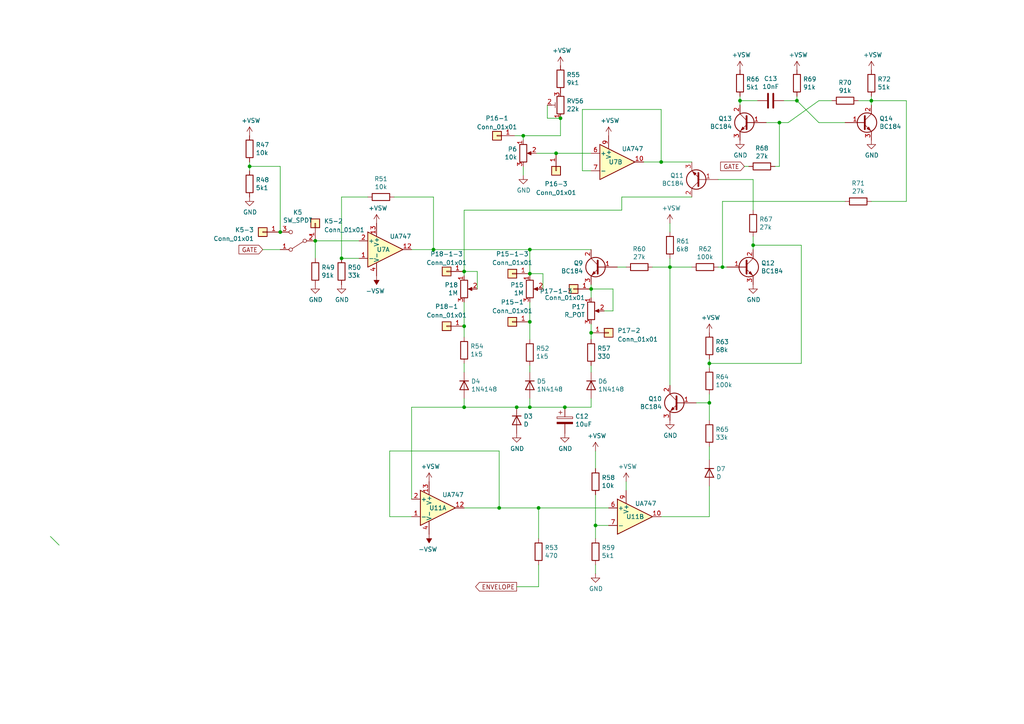
<source format=kicad_sch>
(kicad_sch (version 20250114) (generator "eeschema") (generator_version "9.0")
  (paper "A4")
  (lib_symbols
    (symbol "Connector_Generic:Conn_01x01" (pin_names (offset 1.016) (hide yes))
      (property "Reference" "J" (at 0 2.54 0))
      (property "Value" "Conn_01x01" (at 0 -2.54 0))
      (symbol "Conn_01x01_1_1"
        (rectangle (start -1.27 1.27) (end 1.27 -1.27) (stroke (width 0.254)) (fill (type background)))
        (rectangle (start -1.27 0.127) (end 0 -0.127) (stroke (width 0.1524)))
        (pin passive line (at -5.08 0 0) (length 3.81) (name "Pin_1") (number "1"))
      )
    )
    (symbol "Device:C" (pin_numbers (hide yes)) (pin_names (offset 0.254))
      (property "Reference" "C" (at 0.635 2.54 0))
      (property "Value" "C" (at 0.635 -2.54 0))
      (symbol "C_0_1"
        (polyline (pts (xy -2.032 0.762) (xy 2.032 0.762)) (stroke (width 0.508)))
        (polyline (pts (xy -2.032 -0.762) (xy 2.032 -0.762)) (stroke (width 0.508)))
      )
      (symbol "C_1_1"
        (pin passive line (at 0 3.81 270) (length 2.794) (name "~") (number "1"))
        (pin passive line (at 0 -3.81 90) (length 2.794) (name "~") (number "2"))
      )
    )
    (symbol "Device:D" (pin_numbers (hide yes)) (pin_names (offset 1.016) (hide yes))
      (property "Reference" "D" (at 0 2.54 0))
      (property "Value" "D" (at 0 -2.54 0))
      (symbol "D_0_1"
        (polyline (pts (xy -1.27 1.27) (xy -1.27 -1.27)) (stroke (width 0.254)))
        (polyline (pts (xy 1.27 1.27) (xy 1.27 -1.27) (xy -1.27 0) (xy 1.27 1.27)) (stroke (width 0.254)))
        (polyline (pts (xy 1.27 0) (xy -1.27 0)))
      )
      (symbol "D_1_1"
        (pin passive line (at -3.81 0 0) (length 2.54) (name "K") (number "1"))
        (pin passive line (at 3.81 0 180) (length 2.54) (name "A") (number "2"))
      )
    )
    (symbol "Device:Q_NPN_BCE" (pin_names (offset 0) (hide yes))
      (property "Reference" "Q" (at 5.08 1.27 0))
      (property "Value" "Q_NPN_BCE" (at 5.08 -1.27 0))
      (symbol "Q_NPN_BCE_0_1"
        (polyline (pts (xy 0.635 1.905) (xy 0.635 -1.905) (xy 0.635 -1.905)) (stroke (width 0.508)))
        (polyline (pts (xy 0.635 0.635) (xy 2.54 2.54)))
        (polyline (pts (xy 0.635 -0.635) (xy 2.54 -2.54) (xy 2.54 -2.54)))
        (circle (center 1.27 0) (radius 2.8194) (stroke (width 0.254)))
        (polyline (pts (xy 1.27 -1.778) (xy 1.778 -1.27) (xy 2.286 -2.286) (xy 1.27 -1.778) (xy 1.27 -1.778)) (fill (type outline)))
      )
      (symbol "Q_NPN_BCE_1_1"
        (pin input line (at -5.08 0 0) (length 5.715) (name "B") (number "1"))
        (pin passive line (at 2.54 5.08 270) (length 2.54) (name "C") (number "2"))
        (pin passive line (at 2.54 -5.08 90) (length 2.54) (name "E") (number "3"))
      )
    )
    (symbol "Device:R" (pin_numbers (hide yes)) (pin_names (offset 0))
      (property "Reference" "R" (at 2.032 0 90))
      (property "Value" "R" (at 0 0 90))
      (symbol "R_0_1"
        (rectangle (start -1.016 -2.54) (end 1.016 2.54) (stroke (width 0.254)))
      )
      (symbol "R_1_1"
        (pin passive line (at 0 3.81 270) (length 1.27) (name "~") (number "1"))
        (pin passive line (at 0 -3.81 90) (length 1.27) (name "~") (number "2"))
      )
    )
    (symbol "Switch:SW_SPDT" (pin_names (offset 0) (hide yes))
      (property "Reference" "SW" (at 0 4.318 0))
      (property "Value" "SW_SPDT" (at 0 -5.08 0))
      (symbol "SW_SPDT_0_0"
        (circle (center -2.032 0) (radius 0.508))
        (circle (center 2.032 -2.54) (radius 0.508))
      )
      (symbol "SW_SPDT_0_1"
        (polyline (pts (xy -1.524 0.254) (xy 1.651 2.286)))
        (circle (center 2.032 2.54) (radius 0.508))
      )
      (symbol "SW_SPDT_1_1"
        (pin passive line (at -5.08 0 0) (length 2.54) (name "B") (number "2"))
        (pin passive line (at 5.08 2.54 180) (length 2.54) (name "A") (number "1"))
        (pin passive line (at 5.08 -2.54 180) (length 2.54) (name "C") (number "3"))
      )
    )
    (symbol "janel-panel-minimoog-rescue:CP-Device" (pin_numbers (hide yes)) (pin_names (offset 0.254))
      (property "Reference" "C" (at 0.635 2.54 0))
      (property "Value" "Device_CP" (at 0.635 -2.54 0))
      (symbol "CP-Device_0_1"
        (rectangle (start -2.286 0.508) (end 2.286 1.016))
        (polyline (pts (xy -1.778 2.286) (xy -0.762 2.286)))
        (polyline (pts (xy -1.27 2.794) (xy -1.27 1.778)))
        (rectangle (start 2.286 -0.508) (end -2.286 -1.016) (fill (type outline)))
      )
      (symbol "CP-Device_1_1"
        (pin passive line (at 0 3.81 270) (length 2.794) (name "~") (number "1"))
        (pin passive line (at 0 -3.81 90) (length 2.794) (name "~") (number "2"))
      )
    )
    (symbol "janel-panel-minimoog-rescue:R_POT-Device" (pin_names (offset 1.016) (hide yes))
      (property "Reference" "RV" (at -4.445 0 90))
      (property "Value" "Device_R_POT" (at -2.54 0 90))
      (symbol "R_POT-Device_0_1"
        (rectangle (start 1.016 2.54) (end -1.016 -2.54) (stroke (width 0.254)))
        (polyline (pts (xy 1.143 0) (xy 2.286 0.508) (xy 2.286 -0.508) (xy 1.143 0)) (fill (type outline)))
        (polyline (pts (xy 2.54 0) (xy 1.524 0)))
      )
      (symbol "R_POT-Device_1_1"
        (pin passive line (at 0 3.81 270) (length 1.27) (name "1") (number "1"))
        (pin passive line (at 0 -3.81 90) (length 1.27) (name "3") (number "3"))
        (pin passive line (at 3.81 0 180) (length 1.27) (name "2") (number "2"))
      )
    )
    (symbol "janel-panel-minimoog-rescue:R_POT_TRIM-Device" (pin_names (offset 1.016) (hide yes))
      (property "Reference" "RV" (at -4.445 0 90))
      (property "Value" "Device_R_POT_TRIM" (at -2.54 0 90))
      (symbol "R_POT_TRIM-Device_0_1"
        (rectangle (start 1.016 2.54) (end -1.016 -2.54) (stroke (width 0.254)))
        (polyline (pts (xy 1.524 0.762) (xy 1.524 -0.762)))
        (polyline (pts (xy 2.54 0) (xy 1.524 0)))
      )
      (symbol "R_POT_TRIM-Device_1_1"
        (pin passive line (at 0 3.81 270) (length 1.27) (name "1") (number "1"))
        (pin passive line (at 0 -3.81 90) (length 1.27) (name "3") (number "3"))
        (pin passive line (at 3.81 0 180) (length 1.27) (name "2") (number "2"))
      )
    )
    (symbol "janel-panel-minimoog-rescue:UA747-Amplifier_Operational" (pin_names (offset 0.127))
      (property "Reference" "U" (at 0 6.35 0))
      (property "Value" "UA747-Amplifier_Operational" (at 0 3.81 0))
      (symbol "UA747-Amplifier_Operational_0_1"
        (polyline (pts (xy -5.08 5.08) (xy 5.08 0) (xy -5.08 -5.08) (xy -5.08 5.08)) (stroke (width 0.254)) (fill (type background)))
      )
      (symbol "UA747-Amplifier_Operational_1_1"
        (pin input line (at -7.62 2.54 0) (length 2.54) (name "+") (number "2"))
        (pin input line (at -7.62 -2.54 0) (length 2.54) (name "-") (number "1"))
        (pin power_in line (at -2.54 7.62 270) (length 3.81) (name "V+") (number "13"))
        (pin power_in line (at -2.54 -7.62 90) (length 3.81) (name "V-") (number "4"))
        (pin no_connect line (at 0 -7.62 90) (length 5.08) (hide yes) (name "Offset_1N2") (number "3"))
        (pin no_connect line (at 2.54 -7.62 90) (length 6.35) (hide yes) (name "Offset_1N1") (number "14"))
        (pin output line (at 7.62 0 180) (length 2.54) (name "~") (number "12"))
      )
      (symbol "UA747-Amplifier_Operational_2_1"
        (pin input line (at -7.62 2.54 0) (length 2.54) (name "+") (number "6"))
        (pin input line (at -7.62 -2.54 0) (length 2.54) (name "-") (number "7"))
        (pin power_in line (at -2.54 7.62 270) (length 3.81) (name "V+") (number "9"))
        (pin no_connect line (at -2.54 -7.62 90) (length 3.81) (hide yes) (name "NC") (number "11"))
        (pin no_connect line (at 0 -7.62 90) (length 5.08) (hide yes) (name "Offset_2N2") (number "5"))
        (pin no_connect line (at 2.54 -7.62 90) (length 6.35) (hide yes) (name "Offset_2N1") (number "8"))
        (pin output line (at 7.62 0 180) (length 2.54) (name "~") (number "10"))
      )
    )
    (symbol "power:+VSW" (power) (pin_names (offset 0))
      (property "Value" "+VSW" (at 0 3.556 0))
      (symbol "+VSW_0_1"
        (polyline (pts (xy -0.762 1.27) (xy 0 2.54)))
        (polyline (pts (xy 0 2.54) (xy 0.762 1.27)))
        (polyline (pts (xy 0 0) (xy 0 2.54)))
      )
      (symbol "+VSW_1_1"
        (pin power_in line (at 0 0 90) (length 0) (hide yes) (name "+VSW") (number "1"))
      )
    )
    (symbol "power:-VSW" (power) (pin_names (offset 0))
      (property "Value" "-VSW" (at 0 3.81 0))
      (symbol "-VSW_0_0"
        (pin power_in line (at 0 0 90) (length 0) (hide yes) (name "-VSW") (number "1"))
      )
      (symbol "-VSW_0_1"
        (polyline (pts (xy 0 0) (xy 0 1.27) (xy 0.762 1.27) (xy 0 2.54) (xy -0.762 1.27) (xy 0 1.27)) (fill (type outline)))
      )
    )
    (symbol "power:GND" (power) (pin_names (offset 0))
      (property "Value" "GND" (at 0 -3.81 0))
      (symbol "GND_0_1"
        (polyline (pts (xy 0 0) (xy 0 -1.27) (xy 1.27 -1.27) (xy 0 -2.54) (xy -1.27 -1.27) (xy 0 -1.27)))
      )
      (symbol "GND_1_1"
        (pin power_in line (at 0 0 270) (length 0) (hide yes) (name "GND") (number "1"))
      )
    )
  )
  (junction (at 226.06 35.56))
  (junction (at 144.78 147.32))
  (junction (at 161.29 44.45))
  (junction (at 125.73 72.39))
  (junction (at 205.74 116.84))
  (junction (at 72.39 48.26))
  (junction (at 134.62 94.615))
  (junction (at 218.44 71.12))
  (junction (at 209.55 77.47))
  (junction (at 205.74 105.41))
  (junction (at 151.765 39.37))
  (junction (at 149.86 118.11))
  (junction (at 194.31 77.47))
  (junction (at 231.14 29.21))
  (junction (at 134.62 118.11))
  (junction (at 99.06 74.93))
  (junction (at 81.28 67.31))
  (junction (at 134.62 78.74))
  (junction (at 191.77 46.99))
  (junction (at 171.45 96.52))
  (junction (at 91.44 69.85))
  (junction (at 153.67 93.345))
  (junction (at 214.63 29.21))
  (junction (at 156.21 147.32))
  (junction (at 172.72 152.4))
  (junction (at 153.67 72.39))
  (junction (at 153.67 118.11))
  (junction (at 171.45 83.82))
  (junction (at 153.67 79.375))
  (junction (at 163.83 118.11))
  (junction (at 252.73 29.21))
  (junction (at 162.56 34.29))
  (bus_entry (at 14.605 155.575) (size 2.54 2.54))
  (wire (pts (xy 245.11 58.42) (xy 209.55 58.42)))
  (wire (pts (xy 149.86 118.11) (xy 153.67 118.11)))
  (wire (pts (xy 91.44 74.93) (xy 91.44 69.85)))
  (wire (pts (xy 155.575 44.45) (xy 161.29 44.45)))
  (wire (pts (xy 119.38 118.11) (xy 134.62 118.11)))
  (wire (pts (xy 218.44 71.12) (xy 232.41 71.12)))
  (wire (pts (xy 252.73 58.42) (xy 262.89 58.42)))
  (wire (pts (xy 144.78 147.32) (xy 134.62 147.32)))
  (wire (pts (xy 172.72 143.51) (xy 172.72 152.4)))
  (wire (pts (xy 156.21 163.83) (xy 156.21 170.18)))
  (wire (pts (xy 156.21 147.32) (xy 176.53 147.32)))
  (wire (pts (xy 99.06 57.15) (xy 99.06 74.93)))
  (wire (pts (xy 226.06 35.56) (xy 226.06 48.26)))
  (wire (pts (xy 194.31 64.77) (xy 194.31 67.31)))
  (wire (pts (xy 144.78 147.32) (xy 156.21 147.32)))
  (wire (pts (xy 219.71 29.21) (xy 214.63 29.21)))
  (wire (pts (xy 194.31 77.47) (xy 194.31 111.76)))
  (wire (pts (xy 181.61 139.7) (xy 181.61 142.24)))
  (wire (pts (xy 171.45 98.425) (xy 171.45 96.52)))
  (wire (pts (xy 205.74 149.86) (xy 191.77 149.86)))
  (wire (pts (xy 237.49 35.56) (xy 245.11 35.56)))
  (wire (pts (xy 162.56 34.29) (xy 158.75 34.29)))
  (wire (pts (xy 138.43 83.82) (xy 138.43 78.74)))
  (wire (pts (xy 134.62 94.615) (xy 134.62 97.79)))
  (wire (pts (xy 205.74 116.84) (xy 201.93 116.84)))
  (wire (pts (xy 158.75 34.29) (xy 158.75 30.48)))
  (wire (pts (xy 151.765 48.26) (xy 151.765 50.8)))
  (wire (pts (xy 172.72 152.4) (xy 176.53 152.4)))
  (wire (pts (xy 113.03 149.86) (xy 113.03 130.81)))
  (wire (pts (xy 231.14 29.21) (xy 237.49 35.56)))
  (wire (pts (xy 168.91 31.75) (xy 191.77 31.75)))
  (wire (pts (xy 217.17 48.26) (xy 215.9 48.26)))
  (wire (pts (xy 200.66 46.99) (xy 191.77 46.99)))
  (wire (pts (xy 231.14 27.94) (xy 231.14 29.21)))
  (wire (pts (xy 205.74 114.3) (xy 205.74 116.84)))
  (wire (pts (xy 153.67 79.375) (xy 153.67 72.39)))
  (wire (pts (xy 153.67 115.57) (xy 153.67 118.11)))
  (wire (pts (xy 180.34 57.15) (xy 200.66 57.15)))
  (wire (pts (xy 162.56 39.37) (xy 162.56 34.29)))
  (wire (pts (xy 252.73 29.21) (xy 252.73 30.48)))
  (wire (pts (xy 153.67 72.39) (xy 171.45 72.39)))
  (wire (pts (xy 226.06 35.56) (xy 228.6 35.56)))
  (wire (pts (xy 99.06 74.93) (xy 104.14 74.93)))
  (wire (pts (xy 232.41 105.41) (xy 205.74 105.41)))
  (wire (pts (xy 153.67 118.11) (xy 163.83 118.11)))
  (wire (pts (xy 171.45 107.95) (xy 171.45 106.045)))
  (wire (pts (xy 194.31 77.47) (xy 200.66 77.47)))
  (wire (pts (xy 134.62 87.63) (xy 134.62 94.615)))
  (wire (pts (xy 149.225 39.37) (xy 151.765 39.37)))
  (wire (pts (xy 171.45 118.11) (xy 171.45 115.57)))
  (wire (pts (xy 208.28 52.07) (xy 218.44 52.07)))
  (wire (pts (xy 209.55 58.42) (xy 209.55 77.47)))
  (wire (pts (xy 171.45 83.82) (xy 171.45 82.55)))
  (wire (pts (xy 134.62 78.74) (xy 134.62 80.01)))
  (wire (pts (xy 218.44 71.12) (xy 218.44 72.39)))
  (wire (pts (xy 181.61 77.47) (xy 179.07 77.47)))
  (wire (pts (xy 189.23 77.47) (xy 194.31 77.47)))
  (wire (pts (xy 151.765 39.37) (xy 162.56 39.37)))
  (wire (pts (xy 168.91 49.53) (xy 168.91 31.75)))
  (wire (pts (xy 171.45 49.53) (xy 168.91 49.53)))
  (wire (pts (xy 227.33 29.21) (xy 231.14 29.21)))
  (wire (pts (xy 214.63 27.94) (xy 214.63 29.21)))
  (wire (pts (xy 205.74 104.14) (xy 205.74 105.41)))
  (wire (pts (xy 224.79 48.26) (xy 226.06 48.26)))
  (wire (pts (xy 153.67 107.95) (xy 153.67 106.045)))
  (wire (pts (xy 177.8 90.17) (xy 175.26 90.17)))
  (wire (pts (xy 171.45 83.82) (xy 177.8 83.82)))
  (wire (pts (xy 119.38 149.86) (xy 113.03 149.86)))
  (wire (pts (xy 72.39 49.53) (xy 72.39 48.26)))
  (wire (pts (xy 134.62 60.96) (xy 134.62 78.74)))
  (wire (pts (xy 228.6 35.56) (xy 237.49 29.21)))
  (wire (pts (xy 134.62 105.41) (xy 134.62 107.95)))
  (wire (pts (xy 262.89 58.42) (xy 262.89 29.21)))
  (wire (pts (xy 191.77 46.99) (xy 186.69 46.99)))
  (wire (pts (xy 194.31 74.93) (xy 194.31 77.47)))
  (wire (pts (xy 210.82 77.47) (xy 209.55 77.47)))
  (wire (pts (xy 151.765 40.64) (xy 151.765 39.37)))
  (wire (pts (xy 134.62 118.11) (xy 149.86 118.11)))
  (wire (pts (xy 209.55 77.47) (xy 208.28 77.47)))
  (wire (pts (xy 252.73 27.94) (xy 252.73 29.21)))
  (wire (pts (xy 205.74 133.35) (xy 205.74 129.54)))
  (wire (pts (xy 153.67 79.375) (xy 157.48 79.375)))
  (wire (pts (xy 171.45 86.36) (xy 171.45 83.82)))
  (wire (pts (xy 125.73 72.39) (xy 125.73 57.15)))
  (wire (pts (xy 153.67 80.01) (xy 153.67 79.375)))
  (wire (pts (xy 171.45 96.52) (xy 171.45 93.98)))
  (wire (pts (xy 125.73 72.39) (xy 153.67 72.39)))
  (wire (pts (xy 232.41 71.12) (xy 232.41 105.41)))
  (wire (pts (xy 156.21 156.21) (xy 156.21 147.32)))
  (wire (pts (xy 180.34 60.96) (xy 180.34 57.15)))
  (wire (pts (xy 177.8 83.82) (xy 177.8 90.17)))
  (wire (pts (xy 262.89 29.21) (xy 252.73 29.21)))
  (wire (pts (xy 153.67 98.425) (xy 153.67 93.345)))
  (wire (pts (xy 214.63 29.21) (xy 214.63 30.48)))
  (wire (pts (xy 163.83 118.11) (xy 171.45 118.11)))
  (wire (pts (xy 81.28 48.26) (xy 81.28 67.31)))
  (wire (pts (xy 205.74 121.92) (xy 205.74 116.84)))
  (wire (pts (xy 248.92 29.21) (xy 252.73 29.21)))
  (wire (pts (xy 237.49 29.21) (xy 241.3 29.21)))
  (wire (pts (xy 157.48 83.82) (xy 157.48 79.375)))
  (wire (pts (xy 144.78 130.81) (xy 144.78 147.32)))
  (wire (pts (xy 222.25 35.56) (xy 226.06 35.56)))
  (wire (pts (xy 91.44 69.85) (xy 104.14 69.85)))
  (wire (pts (xy 134.62 60.96) (xy 180.34 60.96)))
  (wire (pts (xy 191.77 31.75) (xy 191.77 46.99)))
  (wire (pts (xy 72.39 48.26) (xy 81.28 48.26)))
  (wire (pts (xy 161.29 44.45) (xy 171.45 44.45)))
  (wire (pts (xy 172.72 163.83) (xy 172.72 166.37)))
  (wire (pts (xy 156.21 170.18) (xy 149.86 170.18)))
  (wire (pts (xy 153.67 93.345) (xy 153.67 87.63)))
  (wire (pts (xy 205.74 140.97) (xy 205.74 149.86)))
  (wire (pts (xy 72.39 48.26) (xy 72.39 46.99)))
  (wire (pts (xy 172.72 130.81) (xy 172.72 135.89)))
  (wire (pts (xy 113.03 130.81) (xy 144.78 130.81)))
  (wire (pts (xy 119.38 72.39) (xy 125.73 72.39)))
  (wire (pts (xy 134.62 78.74) (xy 138.43 78.74)))
  (wire (pts (xy 218.44 52.07) (xy 218.44 60.96)))
  (wire (pts (xy 134.62 115.57) (xy 134.62 118.11)))
  (wire (pts (xy 114.3 57.15) (xy 125.73 57.15)))
  (wire (pts (xy 99.06 57.15) (xy 106.68 57.15)))
  (wire (pts (xy 172.72 152.4) (xy 172.72 156.21)))
  (wire (pts (xy 218.44 68.58) (xy 218.44 71.12)))
  (wire (pts (xy 119.38 144.78) (xy 119.38 118.11)))
  (wire (pts (xy 205.74 105.41) (xy 205.74 106.68)))
  (wire (pts (xy 76.2 72.39) (xy 81.28 72.39)))
  (global_label "GATE" (shape input) (at 76.2 72.39 180) (property "Intersheetrefs" "${INTERSHEET_REFS}" (effects (hide yes))))
  (global_label "ENVELOPE" (shape output) (at 149.86 170.18 180) (property "Intersheetrefs" "${INTERSHEET_REFS}" (effects (hide yes))))
  (global_label "GATE" (shape input) (at 215.9 48.26 180) (property "Intersheetrefs" "${INTERSHEET_REFS}" (effects (hide yes))))
  (symbol (lib_id "janel-panel-minimoog-rescue:UA747-Amplifier_Operational") (at 111.76 72.39 0) (unit 1)
    (property "Reference" "U7" (at 109.22 72.39 0) (effects (justify left)))
    (property "Value" "UA747" (at 113.03 68.58 0) (effects (justify left)))
    (property "Footprint" "Package_DIP:DIP-14_W7.62mm_Socket_LongPads" (effects (hide yes)))
    (property "Datasheet" "https://www.ti.com/lit/ds/symlink/ua747.pdf" (effects (hide yes)))
  )
  (symbol (lib_id "janel-panel-minimoog-rescue:UA747-Amplifier_Operational") (at 179.07 46.99 0) (unit 2)
    (property "Reference" "U7" (at 176.53 46.99 0) (effects (justify left)))
    (property "Value" "UA747" (at 180.34 43.18 0) (effects (justify left)))
    (property "Footprint" "Package_DIP:DIP-14_W7.62mm_Socket_LongPads" (effects (hide yes)))
    (property "Datasheet" "https://www.ti.com/lit/ds/symlink/ua747.pdf" (effects (hide yes)))
  )
  (symbol (lib_id "power:-VSW") (at 109.22 80.01 180) (unit 1)
    (property "Reference" "#PWR031" (effects (hide yes)))
    (property "Value" "-VSW" (at 108.839 84.4042 0))
  )
  (symbol (lib_id "power:+VSW") (at 109.22 64.77 0) (unit 1)
    (property "Reference" "#PWR030" (effects (hide yes)))
    (property "Value" "+VSW" (at 109.601 60.3758 0))
  )
  (symbol (lib_id "power:+VSW") (at 176.53 39.37 0) (unit 1)
    (property "Reference" "#PWR040" (effects (hide yes)))
    (property "Value" "+VSW" (at 176.911 34.9758 0))
  )
  (symbol (lib_id "Device:R") (at 99.06 78.74 0) (unit 1)
    (property "Reference" "R50" (at 100.838 77.5716 0) (effects (justify left)))
    (property "Value" "33k" (at 100.838 79.883 0) (effects (justify left)))
    (property "Footprint" "Resistor_THT:R_Axial_DIN0207_L6.3mm_D2.5mm_P15.24mm_Horizontal" (effects (hide yes)))
  )
  (symbol (lib_id "power:GND") (at 99.06 82.55 0) (unit 1)
    (property "Reference" "#PWR029" (effects (hide yes)))
    (property "Value" "GND" (at 99.187 86.9442 0))
  )
  (symbol (lib_id "Device:R") (at 91.44 78.74 0) (unit 1)
    (property "Reference" "R49" (at 93.218 77.5716 0) (effects (justify left)))
    (property "Value" "91k" (at 93.218 79.883 0) (effects (justify left)))
    (property "Footprint" "Resistor_THT:R_Axial_DIN0207_L6.3mm_D2.5mm_P15.24mm_Horizontal" (effects (hide yes)))
  )
  (symbol (lib_id "power:GND") (at 91.44 82.55 0) (unit 1)
    (property "Reference" "#PWR028" (effects (hide yes)))
    (property "Value" "GND" (at 91.567 86.9442 0))
  )
  (symbol (lib_id "power:+VSW") (at 162.56 19.05 0) (unit 1)
    (property "Reference" "#PWR035" (effects (hide yes)))
    (property "Value" "+VSW" (at 162.941 14.6558 0))
  )
  (symbol (lib_id "Device:R") (at 162.56 22.86 0) (unit 1)
    (property "Reference" "R55" (at 164.338 21.6916 0) (effects (justify left)))
    (property "Value" "9k1" (at 164.338 24.003 0) (effects (justify left)))
    (property "Footprint" "Resistor_THT:R_Axial_DIN0207_L6.3mm_D2.5mm_P15.24mm_Horizontal" (effects (hide yes)))
  )
  (symbol (lib_id "janel-panel-minimoog-rescue:R_POT_TRIM-Device") (at 162.56 30.48 180) (unit 1)
    (property "Reference" "RV56" (at 164.338 29.3116 0) (effects (justify right)))
    (property "Value" "22k" (at 164.338 31.623 0) (effects (justify right)))
    (property "Footprint" "Potentiometer_THT:Potentiometer_Bourns_3296W_Vertical" (effects (hide yes)))
  )
  (symbol (lib_id "janel-panel-minimoog-rescue:R_POT-Device") (at 151.765 44.45 0) (unit 1) (on_board no)
    (property "Reference" "P6" (at 149.987 43.2816 0) (effects (justify right)))
    (property "Value" "10k" (at 149.987 45.593 0) (effects (justify right)))
    (property "Footprint" "Connector_PinSocket_2.54mm:PinSocket_1x03_P2.54mm_Vertical" (effects (hide yes)))
  )
  (symbol (lib_id "power:GND") (at 151.765 50.8 0) (unit 1)
    (property "Reference" "#PWR036" (effects (hide yes)))
    (property "Value" "GND" (at 151.892 55.1942 0))
  )
  (symbol (lib_id "Device:Q_NPN_BCE") (at 173.99 77.47 0) (mirror y) (unit 1)
    (property "Reference" "Q9" (at 169.1386 76.3016 0) (effects (justify left)))
    (property "Value" "BC184" (at 169.1386 78.613 0) (effects (justify left)))
    (property "Footprint" "Package_TO_SOT_THT:TO-92L_Inline_Wide" (effects (hide yes)))
  )
  (symbol (lib_id "Device:R") (at 110.49 57.15 270) (unit 1)
    (property "Reference" "R51" (at 110.49 51.8922 90))
    (property "Value" "10k" (at 110.49 54.2036 90))
    (property "Footprint" "Resistor_THT:R_Axial_DIN0207_L6.3mm_D2.5mm_P15.24mm_Horizontal" (effects (hide yes)))
  )
  (symbol (lib_id "janel-panel-minimoog-rescue:R_POT-Device") (at 153.67 83.82 0) (unit 1) (on_board no)
    (property "Reference" "P15" (at 151.9174 82.6516 0) (effects (justify right)))
    (property "Value" "1M" (at 151.9174 84.963 0) (effects (justify right)))
    (property "Footprint" "Connector_PinSocket_2.54mm:PinSocket_1x03_P2.54mm_Vertical" (effects (hide yes)))
  )
  (symbol (lib_id "Device:R") (at 153.67 102.235 0) (unit 1)
    (property "Reference" "R52" (at 155.448 101.0666 0) (effects (justify left)))
    (property "Value" "1k5" (at 155.448 103.378 0) (effects (justify left)))
    (property "Footprint" "Resistor_THT:R_Axial_DIN0207_L6.3mm_D2.5mm_P15.24mm_Horizontal" (effects (hide yes)))
  )
  (symbol (lib_id "Device:D") (at 153.67 111.76 270) (unit 1)
    (property "Reference" "D5" (at 155.6766 110.5916 90) (effects (justify left)))
    (property "Value" "1N4148" (at 155.6766 112.903 90) (effects (justify left)))
    (property "Footprint" "Diode_THT:D_A-405_P10.16mm_Horizontal" (effects (hide yes)))
  )
  (symbol (lib_id "janel-panel-minimoog-rescue:CP-Device") (at 163.83 121.92 0) (unit 1)
    (property "Reference" "C12" (at 166.8272 120.7516 0) (effects (justify left)))
    (property "Value" "10uF" (at 166.8272 123.063 0) (effects (justify left)))
    (property "Footprint" "Capacitor_THT:CP_Radial_D6.3mm_P2.50mm" (effects (hide yes)))
  )
  (symbol (lib_id "power:GND") (at 163.83 125.73 0) (unit 1)
    (property "Reference" "#PWR037" (effects (hide yes)))
    (property "Value" "GND" (at 163.957 130.1242 0))
  )
  (symbol (lib_id "Device:R") (at 171.45 102.235 0) (unit 1)
    (property "Reference" "R57" (at 173.228 101.0666 0) (effects (justify left)))
    (property "Value" "330" (at 173.228 103.378 0) (effects (justify left)))
    (property "Footprint" "Resistor_THT:R_Axial_DIN0207_L6.3mm_D2.5mm_P15.24mm_Horizontal" (effects (hide yes)))
  )
  (symbol (lib_id "Device:D") (at 171.45 111.76 270) (unit 1)
    (property "Reference" "D6" (at 173.4566 110.5916 90) (effects (justify left)))
    (property "Value" "1N4148" (at 173.4566 112.903 90) (effects (justify left)))
    (property "Footprint" "Diode_THT:D_A-405_P10.16mm_Horizontal" (effects (hide yes)))
  )
  (symbol (lib_id "janel-panel-minimoog-rescue:R_POT-Device") (at 171.45 90.17 0) (unit 1) (on_board no)
    (property "Reference" "P17" (at 169.6974 89.0016 0) (effects (justify right)))
    (property "Value" "R_POT" (at 169.6974 91.313 0) (effects (justify right)))
    (property "Footprint" "Connector_PinSocket_2.54mm:PinSocket_1x03_P2.54mm_Vertical" (effects (hide yes)))
  )
  (symbol (lib_id "Device:Q_NPN_BCE") (at 217.17 35.56 0) (mirror y) (unit 1)
    (property "Reference" "Q13" (at 212.3186 34.3916 0) (effects (justify left)))
    (property "Value" "BC184" (at 212.3186 36.703 0) (effects (justify left)))
    (property "Footprint" "Package_TO_SOT_THT:TO-92L_Inline_Wide" (effects (hide yes)))
  )
  (symbol (lib_id "Device:Q_NPN_BCE") (at 196.85 116.84 0) (mirror y) (unit 1)
    (property "Reference" "Q10" (at 191.9986 115.6716 0) (effects (justify left)))
    (property "Value" "BC184" (at 191.9986 117.983 0) (effects (justify left)))
    (property "Footprint" "Package_TO_SOT_THT:TO-92L_Inline_Wide" (effects (hide yes)))
  )
  (symbol (lib_id "Device:Q_NPN_BCE") (at 250.19 35.56 0) (unit 1)
    (property "Reference" "Q14" (at 255.0414 34.3916 0) (effects (justify left)))
    (property "Value" "BC184" (at 255.0414 36.703 0) (effects (justify left)))
    (property "Footprint" "Package_TO_SOT_THT:TO-92L_Inline_Wide" (effects (hide yes)))
  )
  (symbol (lib_id "Device:R") (at 214.63 24.13 0) (unit 1)
    (property "Reference" "R66" (at 216.408 22.9616 0) (effects (justify left)))
    (property "Value" "5k1" (at 216.408 25.273 0) (effects (justify left)))
    (property "Footprint" "Resistor_THT:R_Axial_DIN0207_L6.3mm_D2.5mm_P15.24mm_Horizontal" (effects (hide yes)))
  )
  (symbol (lib_id "power:+VSW") (at 214.63 20.32 0) (unit 1)
    (property "Reference" "#PWR045" (effects (hide yes)))
    (property "Value" "+VSW" (at 215.011 15.9258 0))
  )
  (symbol (lib_id "power:GND") (at 214.63 40.64 0) (unit 1)
    (property "Reference" "#PWR046" (effects (hide yes)))
    (property "Value" "GND" (at 214.757 45.0342 0))
  )
  (symbol (lib_id "Device:R") (at 72.39 53.34 0) (unit 1)
    (property "Reference" "R48" (at 74.168 52.1716 0) (effects (justify left)))
    (property "Value" "5k1" (at 74.168 54.483 0) (effects (justify left)))
    (property "Footprint" "Resistor_THT:R_Axial_DIN0207_L6.3mm_D2.5mm_P15.24mm_Horizontal" (effects (hide yes)))
  )
  (symbol (lib_id "Device:R") (at 72.39 43.18 0) (unit 1)
    (property "Reference" "R47" (at 74.168 42.0116 0) (effects (justify left)))
    (property "Value" "10k" (at 74.168 44.323 0) (effects (justify left)))
    (property "Footprint" "Resistor_THT:R_Axial_DIN0207_L6.3mm_D2.5mm_P15.24mm_Horizontal" (effects (hide yes)))
  )
  (symbol (lib_id "power:+VSW") (at 72.39 39.37 0) (unit 1)
    (property "Reference" "#PWR026" (effects (hide yes)))
    (property "Value" "+VSW" (at 72.771 34.9758 0))
  )
  (symbol (lib_id "power:GND") (at 72.39 57.15 0) (unit 1)
    (property "Reference" "#PWR027" (effects (hide yes)))
    (property "Value" "GND" (at 72.517 61.5442 0))
  )
  (symbol (lib_id "Switch:SW_SPDT") (at 86.36 69.85 180) (unit 1) (on_board no)
    (property "Reference" "K5" (at 86.36 61.595 0))
    (property "Value" "SW_SPDT" (at 86.36 63.9064 0))
    (property "Footprint" "Connector_PinSocket_2.54mm:PinSocket_1x03_P2.54mm_Vertical" (effects (hide yes)))
  )
  (symbol (lib_id "Device:R") (at 231.14 24.13 0) (unit 1)
    (property "Reference" "R69" (at 232.918 22.9616 0) (effects (justify left)))
    (property "Value" "91k" (at 232.918 25.273 0) (effects (justify left)))
    (property "Footprint" "Resistor_THT:R_Axial_DIN0207_L6.3mm_D2.5mm_P15.24mm_Horizontal" (effects (hide yes)))
  )
  (symbol (lib_id "power:+VSW") (at 231.14 20.32 0) (unit 1)
    (property "Reference" "#PWR048" (effects (hide yes)))
    (property "Value" "+VSW" (at 231.521 15.9258 0))
  )
  (symbol (lib_id "Device:C") (at 223.52 29.21 270) (unit 1)
    (property "Reference" "C13" (at 223.52 22.8092 90))
    (property "Value" "10nF" (at 223.52 25.1206 90))
    (property "Footprint" "Capacitor_THT:C_Disc_D5.0mm_W2.5mm_P5.00mm" (effects (hide yes)))
  )
  (symbol (lib_id "Device:R") (at 245.11 29.21 270) (unit 1)
    (property "Reference" "R70" (at 245.11 23.9522 90))
    (property "Value" "91k" (at 245.11 26.2636 90))
    (property "Footprint" "Resistor_THT:R_Axial_DIN0207_L6.3mm_D2.5mm_P15.24mm_Horizontal" (effects (hide yes)))
  )
  (symbol (lib_id "Device:R") (at 252.73 24.13 0) (unit 1)
    (property "Reference" "R72" (at 254.508 22.9616 0) (effects (justify left)))
    (property "Value" "51k" (at 254.508 25.273 0) (effects (justify left)))
    (property "Footprint" "Resistor_THT:R_Axial_DIN0207_L6.3mm_D2.5mm_P15.24mm_Horizontal" (effects (hide yes)))
  )
  (symbol (lib_id "power:+VSW") (at 252.73 20.32 0) (unit 1)
    (property "Reference" "#PWR049" (effects (hide yes)))
    (property "Value" "+VSW" (at 253.111 15.9258 0))
  )
  (symbol (lib_id "power:GND") (at 252.73 40.64 0) (unit 1)
    (property "Reference" "#PWR050" (effects (hide yes)))
    (property "Value" "GND" (at 252.857 45.0342 0))
  )
  (symbol (lib_id "Device:R") (at 185.42 77.47 270) (unit 1)
    (property "Reference" "R60" (at 185.42 72.2122 90))
    (property "Value" "27k" (at 185.42 74.5236 90))
    (property "Footprint" "Resistor_THT:R_Axial_DIN0207_L6.3mm_D2.5mm_P15.24mm_Horizontal" (effects (hide yes)))
  )
  (symbol (lib_id "power:GND") (at 194.31 121.92 0) (unit 1)
    (property "Reference" "#PWR043" (effects (hide yes)))
    (property "Value" "GND" (at 194.437 126.3142 0))
  )
  (symbol (lib_id "Device:R") (at 204.47 77.47 270) (unit 1)
    (property "Reference" "R62" (at 204.47 72.2122 90))
    (property "Value" "100k" (at 204.47 74.5236 90))
    (property "Footprint" "Resistor_THT:R_Axial_DIN0207_L6.3mm_D2.5mm_P15.24mm_Horizontal" (effects (hide yes)))
  )
  (symbol (lib_id "Device:Q_NPN_BCE") (at 215.9 77.47 0) (unit 1)
    (property "Reference" "Q12" (at 220.7514 76.3016 0) (effects (justify left)))
    (property "Value" "BC184" (at 220.7514 78.613 0) (effects (justify left)))
    (property "Footprint" "Package_TO_SOT_THT:TO-92L_Inline_Wide" (effects (hide yes)))
  )
  (symbol (lib_id "power:GND") (at 218.44 82.55 0) (unit 1)
    (property "Reference" "#PWR047" (effects (hide yes)))
    (property "Value" "GND" (at 218.567 86.9442 0))
  )
  (symbol (lib_id "Device:R") (at 205.74 125.73 0) (unit 1)
    (property "Reference" "R65" (at 207.518 124.5616 0) (effects (justify left)))
    (property "Value" "33k" (at 207.518 126.873 0) (effects (justify left)))
    (property "Footprint" "Resistor_THT:R_Axial_DIN0207_L6.3mm_D2.5mm_P15.24mm_Horizontal" (effects (hide yes)))
  )
  (symbol (lib_id "Device:D") (at 205.74 137.16 270) (unit 1)
    (property "Reference" "D7" (at 207.7466 135.9916 90) (effects (justify left)))
    (property "Value" "D" (at 207.7466 138.303 90) (effects (justify left)))
    (property "Footprint" "Diode_THT:D_A-405_P10.16mm_Horizontal" (effects (hide yes)))
  )
  (symbol (lib_id "Device:R") (at 205.74 110.49 0) (unit 1)
    (property "Reference" "R64" (at 207.518 109.3216 0) (effects (justify left)))
    (property "Value" "100k" (at 207.518 111.633 0) (effects (justify left)))
    (property "Footprint" "Resistor_THT:R_Axial_DIN0207_L6.3mm_D2.5mm_P15.24mm_Horizontal" (effects (hide yes)))
  )
  (symbol (lib_id "Device:R") (at 205.74 100.33 0) (unit 1)
    (property "Reference" "R63" (at 207.518 99.1616 0) (effects (justify left)))
    (property "Value" "68k" (at 207.518 101.473 0) (effects (justify left)))
    (property "Footprint" "Resistor_THT:R_Axial_DIN0207_L6.3mm_D2.5mm_P15.24mm_Horizontal" (effects (hide yes)))
  )
  (symbol (lib_id "power:+VSW") (at 205.74 96.52 0) (unit 1)
    (property "Reference" "#PWR044" (effects (hide yes)))
    (property "Value" "+VSW" (at 206.121 92.1258 0))
  )
  (symbol (lib_id "Device:R") (at 218.44 64.77 0) (unit 1)
    (property "Reference" "R67" (at 220.218 63.6016 0) (effects (justify left)))
    (property "Value" "27k" (at 220.218 65.913 0) (effects (justify left)))
    (property "Footprint" "Resistor_THT:R_Axial_DIN0207_L6.3mm_D2.5mm_P15.24mm_Horizontal" (effects (hide yes)))
  )
  (symbol (lib_id "Device:Q_NPN_BCE") (at 203.2 52.07 180) (unit 1)
    (property "Reference" "Q11" (at 198.3486 50.9016 0) (effects (justify left)))
    (property "Value" "BC184" (at 198.3486 53.213 0) (effects (justify left)))
    (property "Footprint" "Package_TO_SOT_THT:TO-92L_Inline_Wide" (effects (hide yes)))
  )
  (symbol (lib_id "janel-panel-minimoog-rescue:UA747-Amplifier_Operational") (at 127 147.32 0) (unit 1)
    (property "Reference" "U11" (at 124.46 147.32 0) (effects (justify left)))
    (property "Value" "UA747" (at 128.27 143.51 0) (effects (justify left)))
    (property "Footprint" "Package_DIP:DIP-14_W7.62mm_Socket_LongPads" (effects (hide yes)))
    (property "Datasheet" "https://www.ti.com/lit/ds/symlink/ua747.pdf" (effects (hide yes)))
  )
  (symbol (lib_id "janel-panel-minimoog-rescue:UA747-Amplifier_Operational") (at 184.15 149.86 0) (unit 2)
    (property "Reference" "U11" (at 181.61 149.86 0) (effects (justify left)))
    (property "Value" "UA747" (at 184.15 146.05 0) (effects (justify left)))
    (property "Footprint" "Package_DIP:DIP-14_W7.62mm_Socket_LongPads" (effects (hide yes)))
    (property "Datasheet" "https://www.ti.com/lit/ds/symlink/ua747.pdf" (effects (hide yes)))
  )
  (symbol (lib_id "power:+VSW") (at 124.46 139.7 0) (unit 1)
    (property "Reference" "#PWR032" (effects (hide yes)))
    (property "Value" "+VSW" (at 124.841 135.3058 0))
  )
  (symbol (lib_id "power:+VSW") (at 181.61 139.7 0) (unit 1)
    (property "Reference" "#PWR041" (effects (hide yes)))
    (property "Value" "+VSW" (at 181.991 135.3058 0))
  )
  (symbol (lib_id "power:-VSW") (at 124.46 154.94 180) (unit 1)
    (property "Reference" "#PWR033" (effects (hide yes)))
    (property "Value" "-VSW" (at 124.079 159.3342 0))
  )
  (symbol (lib_id "Device:R") (at 172.72 160.02 0) (unit 1)
    (property "Reference" "R59" (at 174.498 158.8516 0) (effects (justify left)))
    (property "Value" "5k1" (at 174.498 161.163 0) (effects (justify left)))
    (property "Footprint" "Resistor_THT:R_Axial_DIN0207_L6.3mm_D2.5mm_P15.24mm_Horizontal" (effects (hide yes)))
  )
  (symbol (lib_id "Device:R") (at 172.72 139.7 0) (unit 1)
    (property "Reference" "R58" (at 174.498 138.5316 0) (effects (justify left)))
    (property "Value" "10k" (at 174.498 140.843 0) (effects (justify left)))
    (property "Footprint" "Resistor_THT:R_Axial_DIN0207_L6.3mm_D2.5mm_P15.24mm_Horizontal" (effects (hide yes)))
  )
  (symbol (lib_id "power:+VSW") (at 172.72 130.81 0) (unit 1)
    (property "Reference" "#PWR038" (effects (hide yes)))
    (property "Value" "+VSW" (at 173.101 126.4158 0))
  )
  (symbol (lib_id "power:GND") (at 172.72 166.37 0) (unit 1)
    (property "Reference" "#PWR039" (effects (hide yes)))
    (property "Value" "GND" (at 172.847 170.7642 0))
  )
  (symbol (lib_id "Device:D") (at 149.86 121.92 270) (unit 1)
    (property "Reference" "D3" (at 151.8666 120.7516 90) (effects (justify left)))
    (property "Value" "D" (at 151.8666 123.063 90) (effects (justify left)))
    (property "Footprint" "Diode_THT:D_A-405_P10.16mm_Horizontal" (effects (hide yes)))
  )
  (symbol (lib_id "power:GND") (at 149.86 125.73 0) (unit 1)
    (property "Reference" "#PWR034" (effects (hide yes)))
    (property "Value" "GND" (at 149.987 130.1242 0))
  )
  (symbol (lib_id "Device:R") (at 194.31 71.12 0) (unit 1)
    (property "Reference" "R61" (at 196.088 69.9516 0) (effects (justify left)))
    (property "Value" "6k8" (at 196.088 72.263 0) (effects (justify left)))
    (property "Footprint" "Resistor_THT:R_Axial_DIN0207_L6.3mm_D2.5mm_P15.24mm_Horizontal" (effects (hide yes)))
  )
  (symbol (lib_id "power:+VSW") (at 194.31 64.77 0) (unit 1)
    (property "Reference" "#PWR042" (effects (hide yes)))
    (property "Value" "+VSW" (at 194.691 60.3758 0))
  )
  (symbol (lib_id "Device:R") (at 248.92 58.42 270) (unit 1)
    (property "Reference" "R71" (at 248.92 53.1622 90))
    (property "Value" "27k" (at 248.92 55.4736 90))
    (property "Footprint" "Resistor_THT:R_Axial_DIN0207_L6.3mm_D2.5mm_P15.24mm_Horizontal" (effects (hide yes)))
  )
  (symbol (lib_id "Device:R") (at 220.98 48.26 270) (unit 1)
    (property "Reference" "R68" (at 220.98 43.0022 90))
    (property "Value" "27k" (at 220.98 45.3136 90))
    (property "Footprint" "Resistor_THT:R_Axial_DIN0207_L6.3mm_D2.5mm_P15.24mm_Horizontal" (effects (hide yes)))
  )
  (symbol (lib_id "Device:R") (at 156.21 160.02 0) (unit 1)
    (property "Reference" "R53" (at 157.988 158.8516 0) (effects (justify left)))
    (property "Value" "470" (at 157.988 161.163 0) (effects (justify left)))
    (property "Footprint" "Resistor_THT:R_Axial_DIN0207_L6.3mm_D2.5mm_P15.24mm_Horizontal" (effects (hide yes)))
  )
  (symbol (lib_id "janel-panel-minimoog-rescue:R_POT-Device") (at 134.62 83.82 0) (unit 1) (on_board no)
    (property "Reference" "P18" (at 132.8674 82.6516 0) (effects (justify right)))
    (property "Value" "1M" (at 132.8674 84.963 0) (effects (justify right)))
    (property "Footprint" "Connector_PinSocket_2.54mm:PinSocket_1x03_P2.54mm_Vertical" (effects (hide yes)))
  )
  (symbol (lib_id "Device:R") (at 134.62 101.6 0) (unit 1)
    (property "Reference" "R54" (at 136.398 100.4316 0) (effects (justify left)))
    (property "Value" "1k5" (at 136.398 102.743 0) (effects (justify left)))
    (property "Footprint" "Resistor_THT:R_Axial_DIN0207_L6.3mm_D2.5mm_P15.24mm_Horizontal" (effects (hide yes)))
  )
  (symbol (lib_id "Device:D") (at 134.62 111.76 270) (unit 1)
    (property "Reference" "D4" (at 136.6266 110.5916 90) (effects (justify left)))
    (property "Value" "1N4148" (at 136.6266 112.903 90) (effects (justify left)))
    (property "Footprint" "Diode_THT:D_A-405_P10.16mm_Horizontal" (effects (hide yes)))
  )
  (symbol (lib_id "Connector_Generic:Conn_01x01") (at 148.59 93.345 180) (unit 1)
    (property "Reference" "P15-1" (at 148.59 87.63 0))
    (property "Value" "Conn_01x01" (at 148.59 90.17 0))
    (property "Footprint" "Connector_PinHeader_2.54mm:PinHeader_1x01_P2.54mm_Vertical" (effects (hide yes)))
  )
  (symbol (lib_id "Connector_Generic:Conn_01x01") (at 166.37 83.82 180) (unit 1)
    (property "Reference" "P17-1-3" (at 161.29 84.455 0))
    (property "Value" "Conn_01x01" (at 163.83 86.36 0))
    (property "Footprint" "Connector_PinHeader_2.54mm:PinHeader_1x01_P2.54mm_Vertical" (effects (hide yes)))
  )
  (symbol (lib_id "Connector_Generic:Conn_01x01") (at 176.53 96.52 0) (unit 1)
    (property "Reference" "P17-2" (at 179.07 95.885 0) (effects (justify left)))
    (property "Value" "Conn_01x01" (at 179.07 98.425 0) (effects (justify left)))
    (property "Footprint" "Connector_PinHeader_2.54mm:PinHeader_1x01_P2.54mm_Vertical" (effects (hide yes)))
  )
  (symbol (lib_id "Connector_Generic:Conn_01x01") (at 91.44 64.77 90) (unit 1)
    (property "Reference" "K5-2" (at 93.98 64.135 90) (effects (justify right)))
    (property "Value" "Conn_01x01" (at 93.98 66.675 90) (effects (justify right)))
    (property "Footprint" "Connector_PinHeader_2.54mm:PinHeader_1x01_P2.54mm_Vertical" (effects (hide yes)))
  )
  (symbol (lib_id "Connector_Generic:Conn_01x01") (at 144.145 39.37 180) (unit 1)
    (property "Reference" "P16-1" (at 144.145 34.29 0))
    (property "Value" "Conn_01x01" (at 144.145 36.83 0))
    (property "Footprint" "Connector_PinHeader_2.54mm:PinHeader_1x01_P2.54mm_Vertical" (effects (hide yes)))
  )
  (symbol (lib_id "Connector_Generic:Conn_01x01") (at 161.29 49.53 270) (unit 1)
    (property "Reference" "P16-3" (at 161.29 53.34 90))
    (property "Value" "Conn_01x01" (at 161.29 55.88 90))
    (property "Footprint" "Connector_PinHeader_2.54mm:PinHeader_1x01_P2.54mm_Vertical" (effects (hide yes)))
  )
  (symbol (lib_id "Connector_Generic:Conn_01x01") (at 129.54 78.74 180) (unit 1)
    (property "Reference" "P18-1-3" (at 129.54 73.66 0))
    (property "Value" "Conn_01x01" (at 129.54 76.2 0))
    (property "Footprint" "Connector_PinHeader_2.54mm:PinHeader_1x01_P2.54mm_Vertical" (effects (hide yes)))
  )
  (symbol (lib_id "Connector_Generic:Conn_01x01") (at 129.54 94.615 180) (unit 1)
    (property "Reference" "P18-1" (at 129.54 88.9 0))
    (property "Value" "Conn_01x01" (at 129.54 91.44 0))
    (property "Footprint" "Connector_PinHeader_2.54mm:PinHeader_1x01_P2.54mm_Vertical" (effects (hide yes)))
  )
  (symbol (lib_id "Connector_Generic:Conn_01x01") (at 76.2 67.31 180) (unit 1)
    (property "Reference" "K5-3" (at 73.66 66.675 0) (effects (justify left)))
    (property "Value" "Conn_01x01" (at 73.66 69.215 0) (effects (justify left)))
    (property "Footprint" "Connector_PinHeader_2.54mm:PinHeader_1x01_P2.54mm_Vertical" (effects (hide yes)))
  )
  (symbol (lib_id "Connector_Generic:Conn_01x01") (at 148.59 79.375 180) (unit 1)
    (property "Reference" "P15-1-3" (at 148.59 73.66 0))
    (property "Value" "Conn_01x01" (at 148.59 76.2 0))
    (property "Footprint" "Connector_PinHeader_2.54mm:PinHeader_1x01_P2.54mm_Vertical" (effects (hide yes)))
  )
)
</source>
